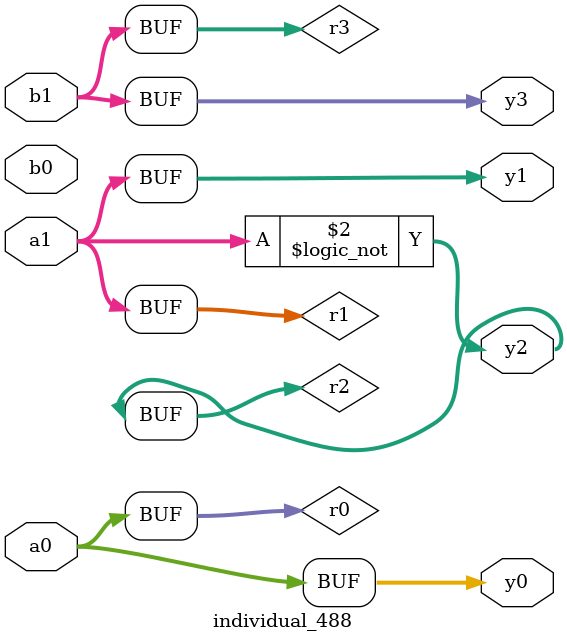
<source format=sv>
module individual_488(input logic [15:0] a1, input logic [15:0] a0, input logic [15:0] b1, input logic [15:0] b0, output logic [15:0] y3, output logic [15:0] y2, output logic [15:0] y1, output logic [15:0] y0);
logic [15:0] r0, r1, r2, r3; 
 always@(*) begin 
	 r0 = a0; r1 = a1; r2 = b0; r3 = b1; 
 	 r2 = ! a1 ;
 	 y3 = r3; y2 = r2; y1 = r1; y0 = r0; 
end
endmodule
</source>
